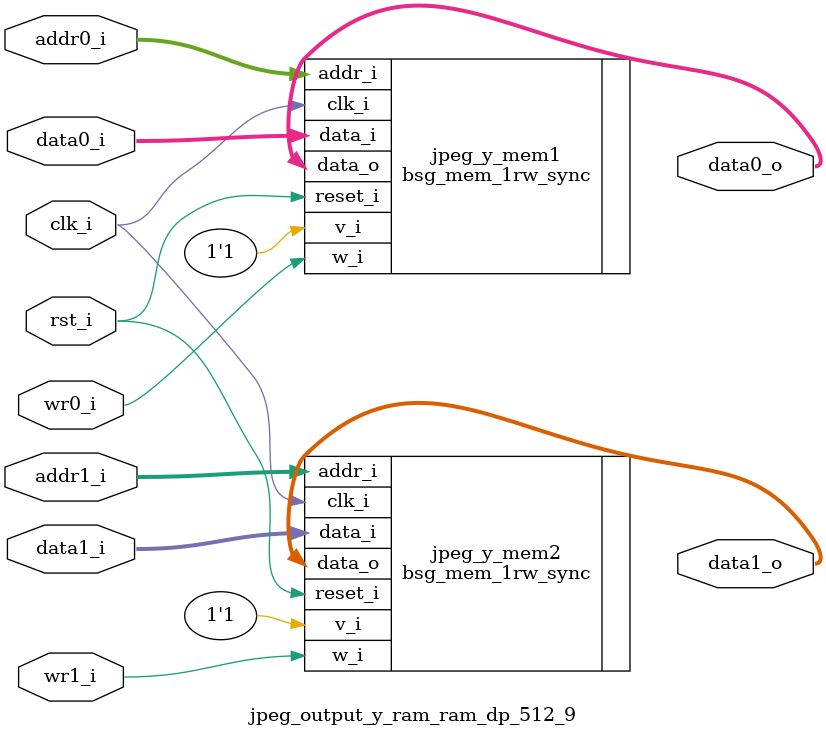
<source format=sv>

module jpeg_output_y_ram
(
    // Inputs
     input           clk_i
    ,input           rst_i
    ,input  [  5:0]  wr_idx_i
    ,input  [ 31:0]  data_in_i
    ,input           push_i
    ,input           pop_i
    ,input           flush_i

    // Outputs
    ,output [ 31:0]  data_out_o
    ,output          valid_o
    ,output [ 31:0]  level_o
);



//-----------------------------------------------------------------
// Registers
//-----------------------------------------------------------------
reg [8:0]   rd_ptr_q;
reg [8:0]   wr_ptr_q;

//-----------------------------------------------------------------
// Write Side
//-----------------------------------------------------------------
wire [8:0] write_next_w = wr_ptr_q + 9'd1;

always @ (posedge clk_i )
if (rst_i)
    wr_ptr_q <= 9'b0;
else if (flush_i)
    wr_ptr_q <= 9'b0;
// Push
else if (push_i)
    wr_ptr_q <= write_next_w;

//-----------------------------------------------------------------
// Read Side
//-----------------------------------------------------------------
wire read_ok_w = (wr_ptr_q != rd_ptr_q);
reg  rd_q;

always @ (posedge clk_i )
if (rst_i)
    rd_q <= 1'b0;
else if (flush_i)
    rd_q <= 1'b0;
else
    rd_q <= read_ok_w;

wire [8:0] rd_ptr_next_w = rd_ptr_q + 9'd1;

always @ (posedge clk_i )
if (rst_i)
    rd_ptr_q <= 9'b0;
else if (flush_i)
    rd_ptr_q <= 9'b0;
else if (read_ok_w && ((!valid_o) || (valid_o && pop_i)))
    rd_ptr_q <= rd_ptr_next_w;

wire [8:0] rd_addr_w = rd_ptr_q;

//-------------------------------------------------------------------
// Read Skid Buffer
//-------------------------------------------------------------------
reg                rd_skid_q;
reg [31:0] rd_skid_data_q;

always @ (posedge clk_i )
if (rst_i)
begin
    rd_skid_q <= 1'b0;
    rd_skid_data_q <= 32'b0;
end
else if (flush_i)
begin
    rd_skid_q <= 1'b0;
    rd_skid_data_q <= 32'b0;
end
else if (valid_o && !pop_i)
begin
    rd_skid_q      <= 1'b1;
    rd_skid_data_q <= data_out_o;
end
else
begin
    rd_skid_q      <= 1'b0;
    rd_skid_data_q <= 32'b0;
end

//-------------------------------------------------------------------
// Combinatorial
//-------------------------------------------------------------------
assign valid_o       = rd_skid_q | rd_q;

//-------------------------------------------------------------------
// Dual port RAM
//-------------------------------------------------------------------
wire [31:0] data_out_w;

jpeg_output_y_ram_ram_dp_512_9
u_ram
(
    // Inputs
    .clk_i(clk_i),
    .rst_i(rst_i),
    // .clk1_i(clk_i),
    // .rst1_i(rst_i),

    // Write side
    .addr0_i({wr_ptr_q[8:6], wr_idx_i}),
    .wr0_i(push_i),
    .data0_i(data_in_i),
    .data0_o(),

    // Read side
    .addr1_i(rd_addr_w),
    .data1_i(32'b0),
    .wr1_i(1'b0),
    .data1_o(data_out_w)
);

assign data_out_o = rd_skid_q ? rd_skid_data_q : data_out_w;


//-------------------------------------------------------------------
// Level
//-------------------------------------------------------------------
reg [31:0]  count_q;
reg [31:0]  count_r;

always @ *
begin
    count_r = count_q;

    if (pop_i && valid_o)
        count_r = count_r - 32'd1;

    if (push_i)
        count_r = count_r + 32'd1;
end

always @ (posedge clk_i )
if (rst_i)
    count_q   <= 32'b0;
else if (flush_i)
    count_q   <= 32'b0;
else
    count_q <= count_r;

assign level_o = count_q;

endmodule

//-------------------------------------------------------------------
// Dual port RAM
//-------------------------------------------------------------------
module jpeg_output_y_ram_ram_dp_512_9
(
    // Inputs
     input           clk_i
    ,input           rst_i
    ,input  [ 8:0]  addr0_i
    ,input  [ 31:0]  data0_i
    ,input           wr0_i
    // ,input           clk1_i
    // ,input           rst1_i
    ,input  [ 8:0]  addr1_i
    ,input  [ 31:0]  data1_i
    ,input           wr1_i

    // Outputs
    ,output [ 31:0]  data0_o
    ,output [ 31:0]  data1_o
);
    bsg_mem_1rw_sync #(.width_p(32)
                          , .els_p(512)
    ) jpeg_y_mem1
   (.clk_i(clk_i)
    ,.reset_i(rst_i)
    ,.data_i(data0_i)
    ,.addr_i(addr0_i)
    , .v_i(1'b1)
    , .w_i(wr0_i)
    , .data_o(data0_o)
    );

        bsg_mem_1rw_sync #(.width_p(32)
                          , .els_p(512)
        ) jpeg_y_mem2
   (.clk_i(clk_i)
    ,.reset_i(rst_i)
    ,.data_i(data1_i)
    ,.addr_i(addr1_i)
    , .v_i(1'b1)
    , .w_i(wr1_i)
    , .data_o(data1_o)
    );

// bsg_mem_2rw_sync #(.width_p(32)
//                            , .els_p(512),.read_write_same_addr_p(1)  // Allow same addr read/write
//                   , .disable_collision_warning_p(1)  // Disable warnings

// ) jpeg_output_y_ram_mem
//    (.clk_i(clk_i)
//     , .reset_i(rst_i)

//     , .a_v_i(1'b1)
//     , .a_addr_i(addr0_i)
//     , .a_data_i(data0_i)
//     ,.a_w_i(wr0_i)
//     , .b_v_i(1'b1)
//     , .b_addr_i(addr1_i)
//     , .b_data_i(data1_i)
//     ,.b_w_i(wr1_i)

//     // currently unused
//     , .a_data_o(data0_o)
//     , .b_data_o(data1_o)
//     );
/* verilator lint_off MULTIDRIVEN */
// reg [31:0]   ram [511:0] /*verilator public*/;
// /* verilator lint_on MULTIDRIVEN */

// reg [31:0] ram_read0_q;
// reg [31:0] ram_read1_q;

// // Synchronous write
// always @ (posedge clk0_i)
// begin
//     if (wr0_i)
//         ram[addr0_i] <= data0_i;

//     ram_read0_q <= ram[addr0_i];
// end

// always @ (posedge clk1_i)
// begin
//     if (wr1_i)
//         ram[addr1_i] <= data1_i;

//     ram_read1_q <= ram[addr1_i];
// end

// assign data0_o = ram_read0_q;
// assign data1_o = ram_read1_q;



endmodule
</source>
